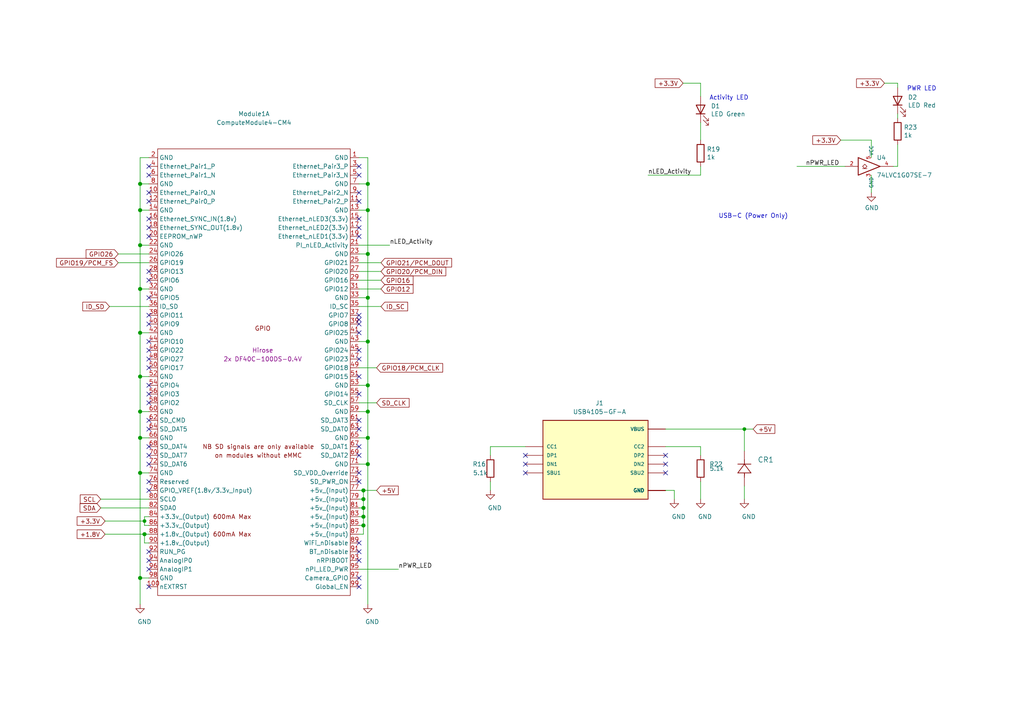
<source format=kicad_sch>
(kicad_sch (version 20211123) (generator eeschema)
  (paper "A4")
  (title_block (title "Raspberry Pi Compute Module 4 Digipi Carrier Board") (date "2021-11-28") (rev "v01") (comment 2 "creativecommons.org/licenses/by-sa/4.0") (comment 3 "License: CC BY 4.0") (comment 4 "Author: Walter A. Boring IV"))
  (lib_symbols
    (symbol "2020-11-06_22-01-36:SMBJ5.0A-TR" (pin_numbers hide) (pin_names (offset -1.651) hide)
      (property "Reference" "CR" (at 5.08 4.445 0))
      (property "Value" "SMBJ5.0A-TR" (at 5.08 -7.62 0))
      (symbol "SMBJ5.0A-TR_1_1"
        (polyline (pts (xy 2.54 0) (xy 3.4798 0)) (stroke (width 0.2032)))
        (polyline (pts (xy 3.175 0) (xy 3.81 0)) (stroke (width 0.2032)))
        (polyline (pts (xy 3.81 -1.905) (xy 6.35 0)) (stroke (width 0.2032)))
        (polyline (pts (xy 3.81 1.905) (xy 3.81 -1.905)) (stroke (width 0.2032)))
        (polyline (pts (xy 6.35 -1.905) (xy 6.35 1.905)) (stroke (width 0.2032)))
        (polyline (pts (xy 6.35 0) (xy 3.81 1.905)) (stroke (width 0.2032)))
        (polyline (pts (xy 6.35 0) (xy 7.62 0)) (stroke (width 0.2032)))
        (pin unspecified line (at 10.16 0 180) (length 2.54) (name "1") (number "1"))
        (pin unspecified line (at 0 0 0) (length 2.54) (name "2") (number "2"))
      )
    )
    (symbol "CM4IO:74LVC1G07_copy"
      (property "Reference" "U" (at -2.54 3.81 0))
      (property "Value" "74LVC1G07_copy" (at 0 -3.81 0))
      (symbol "74LVC1G07_copy_0_1"
        (polyline (pts (xy -2.54 -0.635) (xy -1.27 -0.635)))
        (polyline (pts (xy -3.81 2.54) (xy -3.81 -2.54) (xy 2.54 0) (xy -3.81 2.54)) (stroke (width 0.254)))
        (polyline (pts (xy -1.905 0.635) (xy -2.54 0) (xy -1.905 -0.635) (xy -1.27 0) (xy -1.905 0.635)))
      )
      (symbol "74LVC1G07_copy_1_1"
        (pin input line (at -7.62 0 0) (length 3.81) (name "~") (number "2"))
        (pin power_in line (at 0 -2.54 270) (length 0) (name "GND") (number "3"))
        (pin open_collector line (at 6.35 0 180) (length 3.81) (name "~") (number "4"))
        (pin power_in line (at 0 2.54 90) (length 0) (name "VCC") (number "5"))
      )
    )
    (symbol "CM4IO:ComputeModule4-CM4"
      (property "Reference" "Module" (at 113.03 -68.58 0))
      (property "Value" "ComputeModule4-CM4" (at 140.97 2.54 0))
      (property "Manufacturer" "Hirose" (at 0 0 0))
      (property "MPN" "2x DF40C-100DS-0.4V" (at 0 -2.54 0))
      (property "MPN (Alt)" "2x DF40HC(3.0)-100DS-0.4V" (at 0 0 0))
      (symbol "ComputeModule4-CM4_1_0"
        (text "GPIO" (at 0 6.35 0) (effects (font (size 1.27 1.27))))
      )
      (symbol "ComputeModule4-CM4_1_1"
        (rectangle (start -30.48 -71.12) (end 25.4 58.42))
        (text "600mA Max" (at -8.89 -53.34 0) (effects (font (size 1.27 1.27))))
        (text "600mA Max" (at -8.89 -48.26 0) (effects (font (size 1.27 1.27))))
        (text "NB SD signals are only available" (at -1.27 -27.94 0) (effects (font (size 1.27 1.27))))
        (text "on modules without eMMC" (at -1.27 -30.48 0) (effects (font (size 1.27 1.27))))
        (pin power_in line (at 27.94 55.88 180) (length 2.54) (name "GND") (number "1"))
        (pin passive line (at -33.02 45.72 0) (length 2.54) (name "Ethernet_Pair0_N") (number "10"))
        (pin output line (at -33.02 -68.58 0) (length 2.54) (name "nEXTRST") (number "100"))
        (pin passive line (at 27.94 43.18 180) (length 2.54) (name "Ethernet_Pair2_P") (number "11"))
        (pin passive line (at -33.02 43.18 0) (length 2.54) (name "Ethernet_Pair0_P") (number "12"))
        (pin power_in line (at 27.94 40.64 180) (length 2.54) (name "GND") (number "13"))
        (pin power_in line (at -33.02 40.64 0) (length 2.54) (name "GND") (number "14"))
        (pin output line (at 27.94 38.1 180) (length 2.54) (name "Ethernet_nLED3(3.3v)") (number "15"))
        (pin input line (at -33.02 38.1 0) (length 2.54) (name "Ethernet_SYNC_IN(1.8v)") (number "16"))
        (pin output line (at 27.94 35.56 180) (length 2.54) (name "Ethernet_nLED2(3.3v)") (number "17"))
        (pin input line (at -33.02 35.56 0) (length 2.54) (name "Ethernet_SYNC_OUT(1.8v)") (number "18"))
        (pin output line (at 27.94 33.02 180) (length 2.54) (name "Ethernet_nLED1(3.3v)") (number "19"))
        (pin power_in line (at -33.02 55.88 0) (length 2.54) (name "GND") (number "2"))
        (pin passive line (at -33.02 33.02 0) (length 2.54) (name "EEPROM_nWP") (number "20"))
        (pin open_collector line (at 27.94 30.48 180) (length 2.54) (name "PI_nLED_Activity") (number "21"))
        (pin power_in line (at -33.02 30.48 0) (length 2.54) (name "GND") (number "22"))
        (pin power_in line (at 27.94 27.94 180) (length 2.54) (name "GND") (number "23"))
        (pin passive line (at -33.02 27.94 0) (length 2.54) (name "GPIO26") (number "24"))
        (pin passive line (at 27.94 25.4 180) (length 2.54) (name "GPIO21") (number "25"))
        (pin passive line (at -33.02 25.4 0) (length 2.54) (name "GPIO19") (number "26"))
        (pin passive line (at 27.94 22.86 180) (length 2.54) (name "GPIO20") (number "27"))
        (pin passive line (at -33.02 22.86 0) (length 2.54) (name "GPIO13") (number "28"))
        (pin passive line (at 27.94 20.32 180) (length 2.54) (name "GPIO16") (number "29"))
        (pin passive line (at 27.94 53.34 180) (length 2.54) (name "Ethernet_Pair3_P") (number "3"))
        (pin passive line (at -33.02 20.32 0) (length 2.54) (name "GPIO6") (number "30"))
        (pin passive line (at 27.94 17.78 180) (length 2.54) (name "GPIO12") (number "31"))
        (pin power_in line (at -33.02 17.78 0) (length 2.54) (name "GND") (number "32"))
        (pin power_in line (at 27.94 15.24 180) (length 2.54) (name "GND") (number "33"))
        (pin passive line (at -33.02 15.24 0) (length 2.54) (name "GPIO5") (number "34"))
        (pin passive line (at 27.94 12.7 180) (length 2.54) (name "ID_SC") (number "35"))
        (pin passive line (at -33.02 12.7 0) (length 2.54) (name "ID_SD") (number "36"))
        (pin passive line (at 27.94 10.16 180) (length 2.54) (name "GPIO7") (number "37"))
        (pin passive line (at -33.02 10.16 0) (length 2.54) (name "GPIO11") (number "38"))
        (pin passive line (at 27.94 7.62 180) (length 2.54) (name "GPIO8") (number "39"))
        (pin passive line (at -33.02 53.34 0) (length 2.54) (name "Ethernet_Pair1_P") (number "4"))
        (pin passive line (at -33.02 7.62 0) (length 2.54) (name "GPIO9") (number "40"))
        (pin passive line (at 27.94 5.08 180) (length 2.54) (name "GPIO25") (number "41"))
        (pin power_in line (at -33.02 5.08 0) (length 2.54) (name "GND") (number "42"))
        (pin power_in line (at 27.94 2.54 180) (length 2.54) (name "GND") (number "43"))
        (pin passive line (at -33.02 2.54 0) (length 2.54) (name "GPIO10") (number "44"))
        (pin passive line (at 27.94 0 180) (length 2.54) (name "GPIO24") (number "45"))
        (pin passive line (at -33.02 0 0) (length 2.54) (name "GPIO22") (number "46"))
        (pin passive line (at 27.94 -2.54 180) (length 2.54) (name "GPIO23") (number "47"))
        (pin passive line (at -33.02 -2.54 0) (length 2.54) (name "GPIO27") (number "48"))
        (pin passive line (at 27.94 -5.08 180) (length 2.54) (name "GPIO18") (number "49"))
        (pin passive line (at 27.94 50.8 180) (length 2.54) (name "Ethernet_Pair3_N") (number "5"))
        (pin passive line (at -33.02 -5.08 0) (length 2.54) (name "GPIO17") (number "50"))
        (pin passive line (at 27.94 -7.62 180) (length 2.54) (name "GPIO15") (number "51"))
        (pin power_in line (at -33.02 -7.62 0) (length 2.54) (name "GND") (number "52"))
        (pin power_in line (at 27.94 -10.16 180) (length 2.54) (name "GND") (number "53"))
        (pin passive line (at -33.02 -10.16 0) (length 2.54) (name "GPIO4") (number "54"))
        (pin passive line (at 27.94 -12.7 180) (length 2.54) (name "GPIO14") (number "55"))
        (pin passive line (at -33.02 -12.7 0) (length 2.54) (name "GPIO3") (number "56"))
        (pin passive line (at 27.94 -15.24 180) (length 2.54) (name "SD_CLK") (number "57"))
        (pin passive line (at -33.02 -15.24 0) (length 2.54) (name "GPIO2") (number "58"))
        (pin power_in line (at 27.94 -17.78 180) (length 2.54) (name "GND") (number "59"))
        (pin passive line (at -33.02 50.8 0) (length 2.54) (name "Ethernet_Pair1_N") (number "6"))
        (pin power_in line (at -33.02 -17.78 0) (length 2.54) (name "GND") (number "60"))
        (pin passive line (at 27.94 -20.32 180) (length 2.54) (name "SD_DAT3") (number "61"))
        (pin passive line (at -33.02 -20.32 0) (length 2.54) (name "SD_CMD") (number "62"))
        (pin passive line (at 27.94 -22.86 180) (length 2.54) (name "SD_DAT0") (number "63"))
        (pin passive line (at -33.02 -22.86 0) (length 2.54) (name "SD_DAT5") (number "64"))
        (pin power_in line (at 27.94 -25.4 180) (length 2.54) (name "GND") (number "65"))
        (pin power_in line (at -33.02 -25.4 0) (length 2.54) (name "GND") (number "66"))
        (pin passive line (at 27.94 -27.94 180) (length 2.54) (name "SD_DAT1") (number "67"))
        (pin passive line (at -33.02 -27.94 0) (length 2.54) (name "SD_DAT4") (number "68"))
        (pin passive line (at 27.94 -30.48 180) (length 2.54) (name "SD_DAT2") (number "69"))
        (pin power_in line (at 27.94 48.26 180) (length 2.54) (name "GND") (number "7"))
        (pin passive line (at -33.02 -30.48 0) (length 2.54) (name "SD_DAT7") (number "70"))
        (pin power_in line (at 27.94 -33.02 180) (length 2.54) (name "GND") (number "71"))
        (pin passive line (at -33.02 -33.02 0) (length 2.54) (name "SD_DAT6") (number "72"))
        (pin input line (at 27.94 -35.56 180) (length 2.54) (name "SD_VDD_Override") (number "73"))
        (pin power_in line (at -33.02 -35.56 0) (length 2.54) (name "GND") (number "74"))
        (pin output line (at 27.94 -38.1 180) (length 2.54) (name "SD_PWR_ON") (number "75"))
        (pin passive line (at -33.02 -38.1 0) (length 2.54) (name "Reserved") (number "76"))
        (pin power_in line (at 27.94 -40.64 180) (length 2.54) (name "+5v_(Input)") (number "77"))
        (pin power_in line (at -33.02 -40.64 0) (length 2.54) (name "GPIO_VREF(1.8v/3.3v_Input)") (number "78"))
        (pin power_in line (at 27.94 -43.18 180) (length 2.54) (name "+5v_(Input)") (number "79"))
        (pin power_in line (at -33.02 48.26 0) (length 2.54) (name "GND") (number "8"))
        (pin passive line (at -33.02 -43.18 0) (length 2.54) (name "SCL0") (number "80"))
        (pin power_in line (at 27.94 -45.72 180) (length 2.54) (name "+5v_(Input)") (number "81"))
        (pin passive line (at -33.02 -45.72 0) (length 2.54) (name "SDA0") (number "82"))
        (pin power_in line (at 27.94 -48.26 180) (length 2.54) (name "+5v_(Input)") (number "83"))
        (pin power_out line (at -33.02 -48.26 0) (length 2.54) (name "+3.3v_(Output)") (number "84"))
        (pin power_in line (at 27.94 -50.8 180) (length 2.54) (name "+5v_(Input)") (number "85"))
        (pin power_out line (at -33.02 -50.8 0) (length 2.54) (name "+3.3v_(Output)") (number "86"))
        (pin power_in line (at 27.94 -53.34 180) (length 2.54) (name "+5v_(Input)") (number "87"))
        (pin power_out line (at -33.02 -53.34 0) (length 2.54) (name "+1.8v_(Output)") (number "88"))
        (pin power_in line (at 27.94 -55.88 180) (length 2.54) (name "WiFi_nDisable") (number "89"))
        (pin passive line (at 27.94 45.72 180) (length 2.54) (name "Ethernet_Pair2_N") (number "9"))
        (pin power_out line (at -33.02 -55.88 0) (length 2.54) (name "+1.8v_(Output)") (number "90"))
        (pin power_in line (at 27.94 -58.42 180) (length 2.54) (name "BT_nDisable") (number "91"))
        (pin passive line (at -33.02 -58.42 0) (length 2.54) (name "RUN_PG") (number "92"))
        (pin input line (at 27.94 -60.96 180) (length 2.54) (name "nRPIBOOT") (number "93"))
        (pin passive line (at -33.02 -60.96 0) (length 2.54) (name "AnalogIP0") (number "94"))
        (pin output line (at 27.94 -63.5 180) (length 2.54) (name "nPI_LED_PWR") (number "95"))
        (pin passive line (at -33.02 -63.5 0) (length 2.54) (name "AnalogIP1") (number "96"))
        (pin passive line (at 27.94 -66.04 180) (length 2.54) (name "Camera_GPIO") (number "97"))
        (pin power_in line (at -33.02 -66.04 0) (length 2.54) (name "GND") (number "98"))
        (pin input line (at 27.94 -68.58 180) (length 2.54) (name "Global_EN") (number "99"))
      )
      (symbol "ComputeModule4-CM4_2_1"
        (rectangle (start 114.3 -66.04) (end 165.1 63.5))
        (text "High Speed Serial" (at 140.97 0 0) (effects (font (size 1.27 1.27))))
        (pin input line (at 170.18 60.96 180) (length 5.08) (name "USB_OTG_ID") (number "101"))
        (pin input line (at 109.22 60.96 0) (length 5.08) (name "PCIe_CLK_nREQ") (number "102"))
        (pin passive line (at 170.18 58.42 180) (length 5.08) (name "USB2_N") (number "103"))
        (pin passive line (at 109.22 58.42 0) (length 5.08) (name "Reserved") (number "104"))
        (pin passive line (at 170.18 55.88 180) (length 5.08) (name "USB2_P") (number "105"))
        (pin passive line (at 109.22 55.88 0) (length 5.08) (name "Reserved") (number "106"))
        (pin power_in line (at 170.18 53.34 180) (length 5.08) (name "GND") (number "107"))
        (pin power_in line (at 109.22 53.34 0) (length 5.08) (name "GND") (number "108"))
        (pin bidirectional line (at 170.18 50.8 180) (length 5.08) (name "PCIe_nRST") (number "109"))
        (pin output line (at 109.22 50.8 0) (length 5.08) (name "PCIe_CLK_P") (number "110"))
        (pin passive line (at 170.18 48.26 180) (length 5.08) (name "VDAC_COMP") (number "111"))
        (pin output line (at 109.22 48.26 0) (length 5.08) (name "PCIe_CLK_N") (number "112"))
        (pin power_in line (at 170.18 45.72 180) (length 5.08) (name "GND") (number "113"))
        (pin power_in line (at 109.22 45.72 0) (length 5.08) (name "GND") (number "114"))
        (pin input line (at 170.18 43.18 180) (length 5.08) (name "CAM1_D0_N") (number "115"))
        (pin input line (at 109.22 43.18 0) (length 5.08) (name "PCIe_RX_P") (number "116"))
        (pin input line (at 170.18 40.64 180) (length 5.08) (name "CAM1_D0_P") (number "117"))
        (pin input line (at 109.22 40.64 0) (length 5.08) (name "PCIe_RX_N") (number "118"))
        (pin power_in line (at 170.18 38.1 180) (length 5.08) (name "GND") (number "119"))
        (pin power_in line (at 109.22 38.1 0) (length 5.08) (name "GND") (number "120"))
        (pin input line (at 170.18 35.56 180) (length 5.08) (name "CAM1_D1_N") (number "121"))
        (pin output line (at 109.22 35.56 0) (length 5.08) (name "PCIe_TX_P") (number "122"))
        (pin input line (at 170.18 33.02 180) (length 5.08) (name "CAM1_D1_P") (number "123"))
        (pin output line (at 109.22 33.02 0) (length 5.08) (name "PCIe_TX_N") (number "124"))
        (pin power_in line (at 170.18 30.48 180) (length 5.08) (name "GND") (number "125"))
        (pin power_in line (at 109.22 30.48 0) (length 5.08) (name "GND") (number "126"))
        (pin input line (at 170.18 27.94 180) (length 5.08) (name "CAM1_C_N") (number "127"))
        (pin input line (at 109.22 27.94 0) (length 5.08) (name "CAM0_D0_N") (number "128"))
        (pin input line (at 170.18 25.4 180) (length 5.08) (name "CAM1_C_P") (number "129"))
        (pin input line (at 109.22 25.4 0) (length 5.08) (name "CAM0_D0_P") (number "130"))
        (pin power_in line (at 170.18 22.86 180) (length 5.08) (name "GND") (number "131"))
        (pin power_in line (at 109.22 22.86 0) (length 5.08) (name "GND") (number "132"))
        (pin input line (at 170.18 20.32 180) (length 5.08) (name "CAM1_D2_N") (number "133"))
        (pin input line (at 109.22 20.32 0) (length 5.08) (name "CAM0_D1_N") (number "134"))
        (pin input line (at 170.18 17.78 180) (length 5.08) (name "CAM1_D2_P") (number "135"))
        (pin input line (at 109.22 17.78 0) (length 5.08) (name "CAM0_D1_P") (number "136"))
        (pin power_in line (at 170.18 15.24 180) (length 5.08) (name "GND") (number "137"))
        (pin power_in line (at 109.22 15.24 0) (length 5.08) (name "GND") (number "138"))
        (pin input line (at 170.18 12.7 180) (length 5.08) (name "CAM1_D3_N") (number "139"))
        (pin input line (at 109.22 12.7 0) (length 5.08) (name "CAM0_C_N") (number "140"))
        (pin input line (at 170.18 10.16 180) (length 5.08) (name "CAM1_D3_P") (number "141"))
        (pin input line (at 109.22 10.16 0) (length 5.08) (name "CAM0_C_P") (number "142"))
        (pin input line (at 170.18 7.62 180) (length 5.08) (name "HDMI1_HOTPLUG") (number "143"))
        (pin power_in line (at 109.22 7.62 0) (length 5.08) (name "GND") (number "144"))
        (pin bidirectional line (at 170.18 5.08 180) (length 5.08) (name "HDMI1_SDA") (number "145"))
        (pin output line (at 109.22 5.08 0) (length 5.08) (name "HDMI1_TX2_P") (number "146"))
        (pin open_collector line (at 170.18 2.54 180) (length 5.08) (name "HDMI1_SCL") (number "147"))
        (pin output line (at 109.22 2.54 0) (length 5.08) (name "HDMI1_TX2_N") (number "148"))
        (pin open_collector line (at 170.18 0 180) (length 5.08) (name "HDMI1_CEC") (number "149"))
        (pin power_in line (at 109.22 0 0) (length 5.08) (name "GND") (number "150"))
        (pin open_collector line (at 170.18 -2.54 180) (length 5.08) (name "HDMI0_CEC") (number "151"))
        (pin output line (at 109.22 -2.54 0) (length 5.08) (name "HDMI1_TX1_P") (number "152"))
        (pin input line (at 170.18 -5.08 180) (length 5.08) (name "HDMI0_HOTPLUG") (number "153"))
        (pin output line (at 109.22 -5.08 0) (length 5.08) (name "HDMI1_TX1_N") (number "154"))
        (pin power_in line (at 170.18 -7.62 180) (length 5.08) (name "GND") (number "155"))
        (pin power_in line (at 109.22 -7.62 0) (length 5.08) (name "GND") (number "156"))
        (pin output line (at 170.18 -10.16 180) (length 5.08) (name "DSI0_D0_N") (number "157"))
        (pin output line (at 109.22 -10.16 0) (length 5.08) (name "HDMI1_TX0_P") (number "158"))
        (pin output line (at 170.18 -12.7 180) (length 5.08) (name "DSI0_D0_P") (number "159"))
        (pin output line (at 109.22 -12.7 0) (length 5.08) (name "HDMI1_TX0_N") (number "160"))
        (pin power_in line (at 170.18 -15.24 180) (length 5.08) (name "GND") (number "161"))
        (pin power_in line (at 109.22 -15.24 0) (length 5.08) (name "GND") (number "162"))
        (pin output line (at 170.18 -17.78 180) (length 5.08) (name "DSI0_D1_N") (number "163"))
        (pin output line (at 109.22 -17.78 0) (length 5.08) (name "HDMI1_CLK_P") (number "164"))
        (pin output line (at 170.18 -20.32 180) (length 5.08) (name "DSI0_D1_P") (number "165"))
        (pin output line (at 109.22 -20.32 0) (length 5.08) (name "HDMI1_CLK_N") (number "166"))
        (pin power_in line (at 170.18 -22.86 180) (length 5.08) (name "GND") (number "167"))
        (pin power_in line (at 109.22 -22.86 0) (length 5.08) (name "GND") (number "168"))
        (pin output line (at 170.18 -25.4 180) (length 5.08) (name "DSI0_C_N") (number "169"))
        (pin output line (at 109.22 -25.4 0) (length 5.08) (name "HDMI0_TX2_P") (number "170"))
        (pin output line (at 170.18 -27.94 180) (length 5.08) (name "DSI0_C_P") (number "171"))
        (pin output line (at 109.22 -27.94 0) (length 5.08) (name "HDMI0_TX2_N") (number "172"))
        (pin power_in line (at 170.18 -30.48 180) (length 5.08) (name "GND") (number "173"))
        (pin power_in line (at 109.22 -30.48 0) (length 5.08) (name "GND") (number "174"))
        (pin output line (at 170.18 -33.02 180) (length 5.08) (name "DSI1_D0_N") (number "175"))
        (pin output line (at 109.22 -33.02 0) (length 5.08) (name "HDMI0_TX1_P") (number "176"))
        (pin output line (at 170.18 -35.56 180) (length 5.08) (name "DSI1_D0_P") (number "177"))
        (pin output line (at 109.22 -35.56 0) (length 5.08) (name "HDMI0_TX1_N") (number "178"))
        (pin power_in line (at 170.18 -38.1 180) (length 5.08) (name "GND") (number "179"))
        (pin power_in line (at 109.22 -38.1 0) (length 5.08) (name "GND") (number "180"))
        (pin output line (at 170.18 -40.64 180) (length 5.08) (name "DSI1_D1_N") (number "181"))
        (pin output line (at 109.22 -40.64 0) (length 5.08) (name "HDMI0_TX0_P") (number "182"))
        (pin output line (at 170.18 -43.18 180) (length 5.08) (name "DSI1_D1_P") (number "183"))
        (pin output line (at 109.22 -43.18 0) (length 5.08) (name "HDMI0_TX0_N") (number "184"))
        (pin power_in line (at 170.18 -45.72 180) (length 5.08) (name "GND") (number "185"))
        (pin power_in line (at 109.22 -45.72 0) (length 5.08) (name "GND") (number "186"))
        (pin output line (at 170.18 -48.26 180) (length 5.08) (name "DSI1_C_N") (number "187"))
        (pin output line (at 109.22 -48.26 0) (length 5.08) (name "HDMI0_CLK_P") (number "188"))
        (pin output line (at 170.18 -50.8 180) (length 5.08) (name "DSI1_C_P") (number "189"))
        (pin output line (at 109.22 -50.8 0) (length 5.08) (name "HDMI0_CLK_N") (number "190"))
        (pin power_in line (at 170.18 -53.34 180) (length 5.08) (name "GND") (number "191"))
        (pin power_in line (at 109.22 -53.34 0) (length 5.08) (name "GND") (number "192"))
        (pin output line (at 170.18 -55.88 180) (length 5.08) (name "DSI1_D2_N") (number "193"))
        (pin output line (at 109.22 -55.88 0) (length 5.08) (name "DSI1_D3_N") (number "194"))
        (pin output line (at 170.18 -58.42 180) (length 5.08) (name "DSI1_D2_P") (number "195"))
        (pin output line (at 109.22 -58.42 0) (length 5.08) (name "DSI1_D3_P") (number "196"))
        (pin power_in line (at 170.18 -60.96 180) (length 5.08) (name "GND") (number "197"))
        (pin power_in line (at 109.22 -60.96 0) (length 5.08) (name "GND") (number "198"))
        (pin bidirectional line (at 170.18 -63.5 180) (length 5.08) (name "HDMI0_SDA") (number "199"))
        (pin open_collector line (at 109.22 -63.5 0) (length 5.08) (name "HDMI0_SCL") (number "200"))
      )
    )
    (symbol "Device:LED" (pin_numbers hide) (pin_names (offset 1.016) hide)
      (property "Reference" "D" (at 0 2.54 0))
      (property "Value" "LED" (at 0 -2.54 0))
      (symbol "LED_0_1"
        (polyline (pts (xy -1.27 -1.27) (xy -1.27 1.27)) (stroke (width 0.254)))
        (polyline (pts (xy -1.27 0) (xy 1.27 0)))
        (polyline (pts (xy 1.27 -1.27) (xy 1.27 1.27) (xy -1.27 0) (xy 1.27 -1.27)) (stroke (width 0.254)))
        (polyline (pts (xy -3.048 -0.762) (xy -4.572 -2.286) (xy -3.81 -2.286) (xy -4.572 -2.286) (xy -4.572 -1.524)))
        (polyline (pts (xy -1.778 -0.762) (xy -3.302 -2.286) (xy -2.54 -2.286) (xy -3.302 -2.286) (xy -3.302 -1.524)))
      )
      (symbol "LED_1_1"
        (pin passive line (at -3.81 0 0) (length 2.54) (name "K") (number "1"))
        (pin passive line (at 3.81 0 180) (length 2.54) (name "A") (number "2"))
      )
    )
    (symbol "Device:R" (pin_numbers hide) (pin_names (offset 0))
      (property "Reference" "R" (at 2.032 0 90))
      (property "Value" "R" (at 0 0 90))
      (symbol "R_0_1"
        (rectangle (start -1.016 -2.54) (end 1.016 2.54) (stroke (width 0.254)))
      )
      (symbol "R_1_1"
        (pin passive line (at 0 3.81 270) (length 1.27) (name "~") (number "1"))
        (pin passive line (at 0 -3.81 90) (length 1.27) (name "~") (number "2"))
      )
    )
    (symbol "USB4105-GF-A:USB4105-GF-A" (pin_numbers hide) (pin_names (offset 1.016))
      (property "Reference" "J" (at -15.24 13.97 0))
      (property "Value" "USB4105-GF-A" (at -15.24 -12.7 0))
      (symbol "USB4105-GF-A_0_0"
        (rectangle (start -15.24 -10.16) (end 15.24 12.7) (stroke (width 0.254)) (fill (type background)))
        (pin power_in line (at 20.32 -7.62 180) (length 5.08) (name "GND") (number "A1/B12"))
        (pin power_in line (at 20.32 10.16 180) (length 5.08) (name "VBUS") (number "A4/B9"))
        (pin bidirectional line (at -20.32 5.08 0) (length 5.08) (name "CC1") (number "A5"))
        (pin bidirectional line (at -20.32 2.54 0) (length 5.08) (name "DP1") (number "A6"))
        (pin bidirectional line (at -20.32 0 0) (length 5.08) (name "DN1") (number "A7"))
        (pin bidirectional line (at -20.32 -2.54 0) (length 5.08) (name "SBU1") (number "A8"))
        (pin power_in line (at 20.32 -7.62 180) (length 5.08) (name "GND") (number "B1/A12"))
        (pin power_in line (at 20.32 10.16 180) (length 5.08) (name "VBUS") (number "B4/A9"))
        (pin bidirectional line (at 20.32 5.08 180) (length 5.08) (name "CC2") (number "B5"))
        (pin bidirectional line (at 20.32 2.54 180) (length 5.08) (name "DP2") (number "B6"))
        (pin bidirectional line (at 20.32 0 180) (length 5.08) (name "DN2") (number "B7"))
        (pin bidirectional line (at 20.32 -2.54 180) (length 5.08) (name "SBU2") (number "B8"))
        (pin power_in line (at 20.32 -7.62 180) (length 5.08) (name "GND") (number "G1"))
        (pin power_in line (at 20.32 -7.62 180) (length 5.08) (name "GND") (number "G2"))
        (pin power_in line (at 20.32 -7.62 180) (length 5.08) (name "GND") (number "G3"))
        (pin power_in line (at 20.32 -7.62 180) (length 5.08) (name "GND") (number "G4"))
      )
    )
    (symbol "power:GND" (power) (pin_names (offset 0))
      (property "Value" "GND" (at 0 -3.81 0))
      (symbol "GND_0_1"
        (polyline (pts (xy 0 0) (xy 0 -1.27) (xy 1.27 -1.27) (xy 0 -2.54) (xy -1.27 -1.27) (xy 0 -1.27)))
      )
      (symbol "GND_1_1"
        (pin power_in line (at 0 0 270) (length 0) hide (name "GND") (number "1"))
      )
    )
  )
  (junction (at 106.68 99.06) (diameter 1.016))
  (junction (at 40.64 137.16) (diameter 1.016))
  (junction (at 105.41 142.24) (diameter 1.016))
  (junction (at 106.68 73.66) (diameter 1.016))
  (junction (at 105.41 144.78) (diameter 1.016))
  (junction (at 105.41 152.4) (diameter 1.016))
  (junction (at 40.64 53.34) (diameter 1.016))
  (junction (at 41.91 151.13))
  (junction (at 106.68 134.62) (diameter 1.016))
  (junction (at 105.41 147.32) (diameter 1.016))
  (junction (at 40.64 109.22) (diameter 1.016))
  (junction (at 106.68 127) (diameter 1.016))
  (junction (at 40.64 127) (diameter 1.016))
  (junction (at 41.91 154.94) (diameter 1.016))
  (junction (at 105.41 149.86) (diameter 1.016))
  (junction (at 106.68 119.38) (diameter 1.016))
  (junction (at 106.68 86.36) (diameter 1.016))
  (junction (at 40.64 83.82) (diameter 1.016))
  (junction (at 106.68 60.96) (diameter 1.016))
  (junction (at 40.64 119.38) (diameter 1.016))
  (junction (at 215.9 124.46))
  (junction (at 40.64 96.52) (diameter 1.016))
  (junction (at 40.64 60.96) (diameter 1.016))
  (junction (at 40.64 71.12) (diameter 1.016))
  (junction (at 106.68 53.34) (diameter 1.016))
  (junction (at 106.68 111.76) (diameter 1.016))
  (junction (at 40.64 167.64) (diameter 1.016))
  (no_connect (at 104.14 68.58))
  (no_connect (at 104.14 66.04))
  (no_connect (at 104.14 157.48))
  (no_connect (at 104.14 160.02))
  (no_connect (at 104.14 129.54))
  (no_connect (at 104.14 132.08))
  (no_connect (at 104.14 137.16))
  (no_connect (at 104.14 139.7))
  (no_connect (at 104.14 162.56))
  (no_connect (at 104.14 167.64))
  (no_connect (at 104.14 170.18))
  (no_connect (at 104.14 109.22))
  (no_connect (at 104.14 114.3))
  (no_connect (at 104.14 121.92))
  (no_connect (at 104.14 124.46))
  (no_connect (at 104.14 91.44))
  (no_connect (at 104.14 58.42))
  (no_connect (at 104.14 55.88))
  (no_connect (at 104.14 63.5))
  (no_connect (at 104.14 93.98))
  (no_connect (at 104.14 92.71))
  (no_connect (at 104.14 104.14))
  (no_connect (at 104.14 101.6))
  (no_connect (at 104.14 96.52))
  (no_connect (at 104.14 50.8))
  (no_connect (at 104.14 48.26))
  (no_connect (at 152.4 137.16))
  (no_connect (at 193.04 134.62))
  (no_connect (at 152.4 134.62))
  (no_connect (at 43.18 78.74))
  (no_connect (at 43.18 81.28))
  (no_connect (at 43.18 63.5))
  (no_connect (at 43.18 66.04))
  (no_connect (at 43.18 68.58))
  (no_connect (at 43.18 48.26))
  (no_connect (at 43.18 50.8))
  (no_connect (at 43.18 55.88))
  (no_connect (at 43.18 58.42))
  (no_connect (at 193.04 137.16))
  (no_connect (at 193.04 132.08))
  (no_connect (at 152.4 132.08))
  (no_connect (at 43.18 99.06))
  (no_connect (at 43.18 101.6))
  (no_connect (at 43.18 104.14))
  (no_connect (at 43.18 106.68))
  (no_connect (at 43.18 86.36))
  (no_connect (at 43.18 91.44))
  (no_connect (at 43.18 93.98))
  (no_connect (at 43.18 139.7))
  (no_connect (at 43.18 142.24))
  (no_connect (at 43.18 121.92))
  (no_connect (at 43.18 124.46))
  (no_connect (at 43.18 129.54))
  (no_connect (at 43.18 132.08))
  (no_connect (at 43.18 134.62))
  (no_connect (at 43.18 160.02))
  (no_connect (at 43.18 162.56))
  (no_connect (at 43.18 165.1))
  (no_connect (at 43.18 170.18))
  (no_connect (at 43.18 111.76))
  (no_connect (at 43.18 114.3))
  (no_connect (at 43.18 116.84))
  (wire (pts (xy 104.14 165.1) (xy 115.57 165.1)))
  (wire (pts (xy 215.9 124.46) (xy 218.44 124.46)))
  (wire (pts (xy 104.14 60.96) (xy 106.68 60.96)))
  (wire (pts (xy 104.14 45.72) (xy 106.68 45.72)))
  (wire (pts (xy 31.75 88.9) (xy 43.18 88.9)))
  (wire (pts (xy 106.68 119.38) (xy 106.68 127)))
  (wire (pts (xy 40.64 167.64) (xy 40.64 175.26)))
  (wire (pts (xy 104.14 116.84) (xy 109.22 116.84)))
  (wire (pts (xy 252.73 40.64) (xy 243.84 40.64)))
  (wire (pts (xy 105.41 142.24) (xy 109.22 142.24)))
  (wire (pts (xy 104.14 78.74) (xy 110.49 78.74)))
  (wire (pts (xy 260.35 41.91) (xy 260.35 48.26)))
  (wire (pts (xy 260.35 48.26) (xy 259.08 48.26)))
  (wire (pts (xy 40.64 83.82) (xy 43.18 83.82)))
  (wire (pts (xy 104.14 154.94) (xy 105.41 154.94)))
  (wire (pts (xy 252.73 50.8) (xy 252.73 55.88)))
  (wire (pts (xy 105.41 144.78) (xy 105.41 142.24)))
  (wire (pts (xy 193.04 129.54) (xy 203.2 129.54)))
  (wire (pts (xy 104.14 144.78) (xy 105.41 144.78)))
  (wire (pts (xy 104.14 73.66) (xy 106.68 73.66)))
  (wire (pts (xy 106.68 99.06) (xy 106.68 111.76)))
  (wire (pts (xy 142.24 139.7) (xy 142.24 142.24)))
  (wire (pts (xy 41.91 149.86) (xy 43.18 149.86)))
  (wire (pts (xy 41.91 152.4) (xy 41.91 151.13)))
  (wire (pts (xy 104.14 127) (xy 106.68 127)))
  (wire (pts (xy 106.68 73.66) (xy 106.68 86.36)))
  (wire (pts (xy 104.14 88.9) (xy 110.49 88.9)))
  (wire (pts (xy 40.64 96.52) (xy 40.64 109.22)))
  (wire (pts (xy 104.14 142.24) (xy 105.41 142.24)))
  (wire (pts (xy 106.68 53.34) (xy 106.68 60.96)))
  (wire (pts (xy 104.14 111.76) (xy 106.68 111.76)))
  (wire (pts (xy 231.14 48.26) (xy 245.11 48.26)))
  (wire (pts (xy 104.14 149.86) (xy 105.41 149.86)))
  (wire (pts (xy 106.68 86.36) (xy 106.68 99.06)))
  (wire (pts (xy 260.35 24.13) (xy 256.54 24.13)))
  (wire (pts (xy 203.2 139.7) (xy 203.2 144.78)))
  (wire (pts (xy 29.21 147.32) (xy 43.18 147.32)))
  (wire (pts (xy 152.4 129.54) (xy 142.24 129.54)))
  (wire (pts (xy 40.64 60.96) (xy 43.18 60.96)))
  (wire (pts (xy 34.29 76.2) (xy 43.18 76.2)))
  (wire (pts (xy 203.2 35.56) (xy 203.2 40.64)))
  (wire (pts (xy 193.04 142.24) (xy 195.58 142.24)))
  (wire (pts (xy 41.91 157.48) (xy 41.91 154.94)))
  (wire (pts (xy 260.35 33.02) (xy 260.35 34.29)))
  (wire (pts (xy 105.41 152.4) (xy 105.41 149.86)))
  (wire (pts (xy 104.14 147.32) (xy 105.41 147.32)))
  (wire (pts (xy 142.24 129.54) (xy 142.24 132.08)))
  (wire (pts (xy 215.9 140.97) (xy 215.9 144.78)))
  (wire (pts (xy 203.2 129.54) (xy 203.2 132.08)))
  (wire (pts (xy 104.14 119.38) (xy 106.68 119.38)))
  (wire (pts (xy 187.96 50.8) (xy 203.2 50.8)))
  (wire (pts (xy 41.91 154.94) (xy 43.18 154.94)))
  (wire (pts (xy 104.14 53.34) (xy 106.68 53.34)))
  (wire (pts (xy 40.64 109.22) (xy 43.18 109.22)))
  (wire (pts (xy 106.68 45.72) (xy 106.68 53.34)))
  (wire (pts (xy 41.91 151.13) (xy 41.91 149.86)))
  (wire (pts (xy 104.14 81.28) (xy 110.49 81.28)))
  (wire (pts (xy 106.68 111.76) (xy 106.68 119.38)))
  (wire (pts (xy 105.41 147.32) (xy 105.41 144.78)))
  (wire (pts (xy 104.14 99.06) (xy 106.68 99.06)))
  (wire (pts (xy 203.2 27.94) (xy 203.2 24.13)))
  (wire (pts (xy 40.64 45.72) (xy 40.64 53.34)))
  (wire (pts (xy 104.14 152.4) (xy 105.41 152.4)))
  (wire (pts (xy 106.68 134.62) (xy 106.68 175.26)))
  (wire (pts (xy 43.18 152.4) (xy 41.91 152.4)))
  (wire (pts (xy 106.68 127) (xy 106.68 134.62)))
  (wire (pts (xy 40.64 71.12) (xy 40.64 83.82)))
  (wire (pts (xy 40.64 137.16) (xy 43.18 137.16)))
  (wire (pts (xy 40.64 127) (xy 40.64 137.16)))
  (wire (pts (xy 40.64 119.38) (xy 40.64 127)))
  (wire (pts (xy 105.41 149.86) (xy 105.41 147.32)))
  (wire (pts (xy 260.35 25.4) (xy 260.35 24.13)))
  (wire (pts (xy 29.21 144.78) (xy 43.18 144.78)))
  (wire (pts (xy 40.64 109.22) (xy 40.64 119.38)))
  (wire (pts (xy 30.48 154.94) (xy 41.91 154.94)))
  (wire (pts (xy 40.64 137.16) (xy 40.64 167.64)))
  (wire (pts (xy 215.9 124.46) (xy 215.9 130.81)))
  (wire (pts (xy 40.64 96.52) (xy 43.18 96.52)))
  (wire (pts (xy 40.64 119.38) (xy 43.18 119.38)))
  (wire (pts (xy 105.41 154.94) (xy 105.41 152.4)))
  (wire (pts (xy 40.64 167.64) (xy 43.18 167.64)))
  (wire (pts (xy 43.18 45.72) (xy 40.64 45.72)))
  (wire (pts (xy 198.12 24.13) (xy 203.2 24.13)))
  (wire (pts (xy 193.04 124.46) (xy 215.9 124.46)))
  (wire (pts (xy 104.14 134.62) (xy 106.68 134.62)))
  (wire (pts (xy 203.2 50.8) (xy 203.2 48.26)))
  (wire (pts (xy 43.18 157.48) (xy 41.91 157.48)))
  (wire (pts (xy 40.64 53.34) (xy 40.64 60.96)))
  (wire (pts (xy 40.64 60.96) (xy 40.64 71.12)))
  (wire (pts (xy 252.73 45.72) (xy 252.73 40.64)))
  (wire (pts (xy 104.14 83.82) (xy 110.49 83.82)))
  (wire (pts (xy 40.64 127) (xy 43.18 127)))
  (wire (pts (xy 104.14 106.68) (xy 109.22 106.68)))
  (wire (pts (xy 104.14 71.12) (xy 113.03 71.12)))
  (wire (pts (xy 40.64 71.12) (xy 43.18 71.12)))
  (wire (pts (xy 34.29 73.66) (xy 43.18 73.66)))
  (wire (pts (xy 104.14 86.36) (xy 106.68 86.36)))
  (wire (pts (xy 40.64 53.34) (xy 43.18 53.34)))
  (wire (pts (xy 106.68 60.96) (xy 106.68 73.66)))
  (wire (pts (xy 40.64 83.82) (xy 40.64 96.52)))
  (wire (pts (xy 195.58 142.24) (xy 195.58 144.78)))
  (wire (pts (xy 104.14 76.2) (xy 110.49 76.2)))
  (wire (pts (xy 30.48 151.13) (xy 41.91 151.13)))
  (text "USB-C (Power Only)" (at 228.6 63.5 180) (effects (font (size 1.27 1.27)) (justify right bottom)))
  (text "Activity LED" (at 205.74 29.21 0) (effects (font (size 1.27 1.27)) (justify left bottom)))
  (text "PWR LED" (at 263.017 26.543 0) (effects (font (size 1.27 1.27)) (justify left bottom)))
  (label "nPWR_LED" (at 115.57 165.1 0))
  (label "nLED_Activity" (at 187.96 50.8 0))
  (label "nLED_Activity" (at 113.03 71.12 0))
  (label "nPWR_LED" (at 233.68 48.26 0))
  (global_label "+3.3V" (shape input) (at 30.48 151.13 180) (property "Intersheet References" "${INTERSHEET_REFS}" (effects hide)))
  (global_label "GPIO16" (shape input) (at 110.49 81.28 0) (property "Intersheet References" "${INTERSHEET_REFS}" (effects hide)))
  (global_label "ID_SD" (shape input) (at 31.75 88.9 180) (property "Intersheet References" "${INTERSHEET_REFS}" (effects hide)))
  (global_label "GPIO19{slash}PCM_FS" (shape input) (at 34.29 76.2 180) (property "Intersheet References" "${INTERSHEET_REFS}" (effects hide)))
  (global_label "+5V" (shape input) (at 218.44 124.46 0) (property "Intersheet References" "${INTERSHEET_REFS}" (effects hide)))
  (global_label "GPIO21{slash}PCM_DOUT" (shape input) (at 110.49 76.2 0) (property "Intersheet References" "${INTERSHEET_REFS}" (effects hide)))
  (global_label "GPIO26" (shape input) (at 34.29 73.66 180) (property "Intersheet References" "${INTERSHEET_REFS}" (effects hide)))
  (global_label "+3.3V" (shape input) (at 256.54 24.13 180) (property "Intersheet References" "${INTERSHEET_REFS}" (effects hide)))
  (global_label "SDA" (shape input) (at 29.21 147.32 180) (property "Intersheet References" "${INTERSHEET_REFS}" (effects hide)))
  (global_label "GPIO20{slash}PCM_DIN" (shape input) (at 110.49 78.74 0) (property "Intersheet References" "${INTERSHEET_REFS}" (effects hide)))
  (global_label "GPIO18{slash}PCM_CLK" (shape input) (at 109.22 106.68 0) (property "Intersheet References" "${INTERSHEET_REFS}" (effects hide)))
  (global_label "ID_SC" (shape input) (at 110.49 88.9 0) (property "Intersheet References" "${INTERSHEET_REFS}" (effects hide)))
  (global_label "+1.8V" (shape input) (at 30.48 154.94 180) (property "Intersheet References" "${INTERSHEET_REFS}" (effects hide)))
  (global_label "SCL" (shape input) (at 29.21 144.78 180) (property "Intersheet References" "${INTERSHEET_REFS}" (effects hide)))
  (global_label "+3.3V" (shape input) (at 198.12 24.13 180) (property "Intersheet References" "${INTERSHEET_REFS}" (effects hide)))
  (global_label "+3.3V" (shape input) (at 243.84 40.64 180) (property "Intersheet References" "${INTERSHEET_REFS}" (effects hide)))
  (global_label "SD_CLK" (shape input) (at 109.22 116.84 0) (property "Intersheet References" "${INTERSHEET_REFS}" (effects hide)))
  (global_label "+5V" (shape input) (at 109.22 142.24 0) (property "Intersheet References" "${INTERSHEET_REFS}" (effects hide)))
  (global_label "GPIO12" (shape input) (at 110.49 83.82 0) (property "Intersheet References" "${INTERSHEET_REFS}" (effects hide)))
  (symbol (lib_id "power:GND") (at 40.64 175.26 0) (unit 1)
    (property "Reference" "#PWR0101" (effects hide))
    (property "Value" "GND" (at 41.91 180.34 0))
  )
  (symbol (lib_id "power:GND") (at 106.68 175.26 0) (unit 1)
    (property "Reference" "#PWR0102" (effects hide))
    (property "Value" "GND" (at 107.95 180.34 0))
  )
  (symbol (lib_id "USB4105-GF-A:USB4105-GF-A") (at 172.72 134.62 0) (unit 1)
    (property "Reference" "J1" (at 173.8924 116.9064 0))
    (property "Value" "USB4105-GF-A" (at 173.8924 119.4464 0))
    (property "Footprint" "USB4105-GF-A:GCT_USB4105-GF-A" (effects hide))
    (property "AVAILABILITY" "Unavailable" (effects hide))
    (property "DESCRIPTION" "USB - C _Type - C_ USB 2.0 Receptacle Connector 24 Position Surface Mount, Right Angle; Through Hole" (effects hide))
    (property "PRICE" "None" (effects hide))
    (property "MP" "USB4105" (effects hide))
    (property "MF" "Global Connector Technology" (effects hide))
    (property "PACKAGE" "Package Analog Devices" (effects hide))
    (property "Manufacturer" "GCT" (effects hide))
    (property "MPN" "USB4105-GF-A" (effects hide))
    (property "Digi-Key_PN" "2073-USB4105-GF-ACT-ND" (effects hide))
  )
  (symbol (lib_id "CM4IO:ComputeModule4-CM4") (at 76.2 101.6 0) (unit 1)
    (property "Reference" "Module1" (at 73.66 33.02 0))
    (property "Value" "ComputeModule4-CM4" (at 73.66 35.56 0))
    (property "Footprint" "CM4IO:Raspberry-Pi-4-Compute-Module" (effects hide))
    (property "Manufacturer" "Hirose" (at 76.2 101.6 0))
    (property "MPN" "2x DF40C-100DS-0.4V" (at 76.2 104.14 0))
    (property "Digi-Key_PN" "2x H11615CT-ND" (effects hide))
    (property "Digi-Key_PN (Alt)" "2x H124602CT-ND" (effects hide))
  )
  (symbol (lib_id "power:GND") (at 203.2 144.78 0) (unit 1)
    (property "Reference" "#PWR0109" (effects hide))
    (property "Value" "GND" (at 204.47 149.86 0))
  )
  (symbol (lib_id "power:GND") (at 142.24 142.24 0) (unit 1)
    (property "Reference" "#PWR0105" (effects hide))
    (property "Value" "GND" (at 143.51 147.32 0))
  )
  (symbol (lib_id "Device:R") (at 203.2 135.89 0) (unit 1)
    (property "Reference" "R22" (at 205.74 134.62 0) (effects (justify left)))
    (property "Value" "5.1k" (at 205.74 135.89 0) (effects (justify left)))
    (property "Footprint" "Resistor_SMD:R_0603_1608Metric_Pad0.98x0.95mm_HandSolder" (effects hide))
    (property "Manufacturer" "Yageo" (effects hide))
    (property "MPN" "RC0603FR-075K1L" (effects hide))
    (property "Digi-Key_PN" "311-5.10KHRCT-ND" (effects hide))
  )
  (symbol (lib_id "Device:LED") (at 260.35 29.21 90) (unit 1)
    (property "Reference" "D2" (at 263.3218 28.2194 90) (effects (justify right)))
    (property "Value" "LED Red" (at 263.3218 30.5308 90) (effects (justify right)))
    (property "Footprint" "LED_SMD:LED_0603_1608Metric" (effects hide))
    (property "Part Description" "	Red 620nm LED Indication - Discrete 2.2V 2-SMD, No Lead" (effects hide))
    (property "Manufacturer" "Lite-On Inc." (effects hide))
    (property "MPN" "LTST-S270KRKT" (effects hide))
    (property "Digi-Key_PN" "160-1479-1-ND" (effects hide))
  )
  (symbol (lib_id "CM4IO:74LVC1G07_copy") (at 252.73 48.26 0) (unit 1)
    (property "Reference" "U4" (at 254.254 45.72 0) (effects (justify left)))
    (property "Value" "74LVC1G07SE-7" (at 254.254 50.8 0) (effects (justify left)))
    (property "Footprint" "Package_TO_SOT_SMD:SOT-353_SC-70-5" (effects hide))
    (property "Datasheet" "http://www.ti.com/lit/sg/scyt129e/scyt129e.pdf" (effects hide))
    (property "Part Description" "Buffer, Non-Inverting 1 Element 1 Bit per Element Open Drain Output SOT-353" (effects hide))
    (property "Manufacturer" "Diodes Incorporated" (effects hide))
    (property "MPN" "74LVC1G07SE-7" (effects hide))
    (property "Digi-Key_PN" "74LVC1G07SE-7DICT-ND" (effects hide))
  )
  (symbol (lib_id "power:GND") (at 215.9 144.78 0) (unit 1)
    (property "Reference" "#PWR0117" (effects hide))
    (property "Value" "GND" (at 217.17 149.86 0))
  )
  (symbol (lib_id "Device:R") (at 142.24 135.89 0) (unit 1)
    (property "Reference" "R16" (at 140.97 134.62 0) (effects (justify right)))
    (property "Value" "5.1k" (at 137.16 137.16 0) (effects (justify left)))
    (property "Footprint" "Resistor_SMD:R_0603_1608Metric_Pad0.98x0.95mm_HandSolder" (effects hide))
    (property "Manufacturer" "Yageo" (effects hide))
    (property "MPN" "RC0603FR-075K1L" (effects hide))
    (property "Digi-Key_PN" "311-5.10KHRCT-ND" (effects hide))
  )
  (symbol (lib_id "Device:R") (at 260.35 38.1 0) (unit 1)
    (property "Reference" "R23" (at 262.128 36.9316 0) (effects (justify left)))
    (property "Value" "1k" (at 262.128 39.243 0) (effects (justify left)))
    (property "Footprint" "Resistor_SMD:R_0603_1608Metric_Pad0.98x0.95mm_HandSolder" (effects hide))
    (property "Manufacturer" "Yageo" (effects hide))
    (property "MPN" "RC0603FR-071KL" (effects hide))
    (property "Digi-Key_PN" "311-1.00KHRCT-ND" (effects hide))
  )
  (symbol (lib_id "Device:LED") (at 203.2 31.75 90) (unit 1)
    (property "Reference" "D1" (at 206.1718 30.7594 90) (effects (justify right)))
    (property "Value" "LED Green" (at 206.1718 33.0708 90) (effects (justify right)))
    (property "Footprint" "LED_SMD:LED_0603_1608Metric" (effects hide))
    (property "Part Description" "	Green 572nm LED Indication - Discrete 2.2V 2-SMD, No Lead" (effects hide))
    (property "Manufacturer" "Lite-On Inc." (effects hide))
    (property "MPN" "LTST-S270KGKT" (effects hide))
    (property "Digi-Key_PN" "160-1478-1-ND" (effects hide))
  )
  (symbol (lib_id "power:GND") (at 195.58 144.78 0) (unit 1)
    (property "Reference" "#PWR0112" (effects hide))
    (property "Value" "GND" (at 196.85 149.86 0))
  )
  (symbol (lib_id "power:GND") (at 252.73 55.88 0) (unit 1)
    (property "Reference" "#PWR0119" (effects hide))
    (property "Value" "GND" (at 252.857 60.2742 0))
  )
  (symbol (lib_id "2020-11-06_22-01-36:SMBJ5.0A-TR") (at 215.9 140.97 90) (unit 1)
    (property "Reference" "CR1" (at 219.71 133.35 90) (effects (font (size 1.524 1.524)) (justify right)))
    (property "Value" "SMBJ5.0A-TR" (effects hide))
    (property "Footprint" "SMBJ5.0A-TR:SMBJ5.0A-TR" (effects hide))
    (property "Manufacturer" "STMicroelectronics" (effects hide))
    (property "MPN" "SMBJ5.0A-TR" (effects hide))
    (property "Digi-Key_PN" "497-3144-1-ND" (effects hide))
  )
  (symbol (lib_id "Device:R") (at 203.2 44.45 0) (unit 1)
    (property "Reference" "R19" (at 204.978 43.2816 0) (effects (justify left)))
    (property "Value" "1k" (at 204.978 45.593 0) (effects (justify left)))
    (property "Footprint" "Resistor_SMD:R_0603_1608Metric_Pad0.98x0.95mm_HandSolder" (effects hide))
    (property "Manufacturer" "Yageo" (effects hide))
    (property "MPN" "RC0603FR-071KL" (effects hide))
    (property "Digi-Key_PN" "311-1.00KHRCT-ND" (effects hide))
  )
)
</source>
